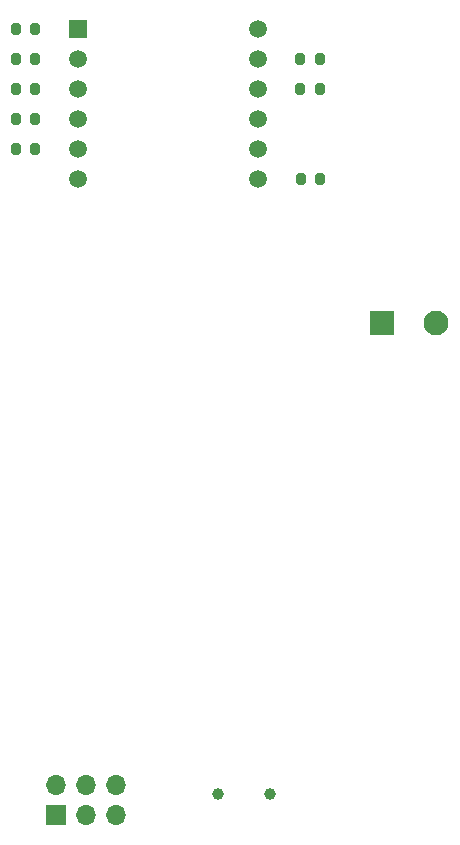
<source format=gbs>
%TF.GenerationSoftware,KiCad,Pcbnew,6.0.6*%
%TF.CreationDate,2022-07-20T10:20:16+02:00*%
%TF.ProjectId,H_vfTimer,48e47666-5469-46d6-9572-2e6b69636164,rev?*%
%TF.SameCoordinates,Original*%
%TF.FileFunction,Soldermask,Bot*%
%TF.FilePolarity,Negative*%
%FSLAX46Y46*%
G04 Gerber Fmt 4.6, Leading zero omitted, Abs format (unit mm)*
G04 Created by KiCad (PCBNEW 6.0.6) date 2022-07-20 10:20:16*
%MOMM*%
%LPD*%
G01*
G04 APERTURE LIST*
G04 Aperture macros list*
%AMRoundRect*
0 Rectangle with rounded corners*
0 $1 Rounding radius*
0 $2 $3 $4 $5 $6 $7 $8 $9 X,Y pos of 4 corners*
0 Add a 4 corners polygon primitive as box body*
4,1,4,$2,$3,$4,$5,$6,$7,$8,$9,$2,$3,0*
0 Add four circle primitives for the rounded corners*
1,1,$1+$1,$2,$3*
1,1,$1+$1,$4,$5*
1,1,$1+$1,$6,$7*
1,1,$1+$1,$8,$9*
0 Add four rect primitives between the rounded corners*
20,1,$1+$1,$2,$3,$4,$5,0*
20,1,$1+$1,$4,$5,$6,$7,0*
20,1,$1+$1,$6,$7,$8,$9,0*
20,1,$1+$1,$8,$9,$2,$3,0*%
G04 Aperture macros list end*
%ADD10C,1.000000*%
%ADD11R,1.500000X1.500000*%
%ADD12C,1.500000*%
%ADD13R,1.700000X1.700000*%
%ADD14O,1.700000X1.700000*%
%ADD15RoundRect,0.250001X-0.799999X-0.799999X0.799999X-0.799999X0.799999X0.799999X-0.799999X0.799999X0*%
%ADD16C,2.100000*%
%ADD17RoundRect,0.200000X0.200000X0.275000X-0.200000X0.275000X-0.200000X-0.275000X0.200000X-0.275000X0*%
G04 APERTURE END LIST*
D10*
X119720000Y-132080000D03*
X124120000Y-132080000D03*
D11*
X107838500Y-67310000D03*
D12*
X107838500Y-69850000D03*
X107838500Y-72390000D03*
X107838500Y-74930000D03*
X107838500Y-77470000D03*
X107838500Y-80010000D03*
X123078500Y-80010000D03*
X123078500Y-77470000D03*
X123078500Y-74930000D03*
X123078500Y-72390000D03*
X123078500Y-69850000D03*
X123078500Y-67310000D03*
D13*
X105933000Y-133863000D03*
D14*
X105933000Y-131323000D03*
X108473000Y-133863000D03*
X108473000Y-131323000D03*
X111013000Y-133863000D03*
X111013000Y-131323000D03*
D15*
X133585000Y-92230000D03*
D16*
X138185000Y-92230000D03*
D17*
X128310000Y-72395000D03*
X126660000Y-72395000D03*
X128310000Y-69855000D03*
X126660000Y-69855000D03*
X104210000Y-67310000D03*
X102560000Y-67310000D03*
X104210000Y-72390000D03*
X102560000Y-72390000D03*
X104210000Y-74930000D03*
X102560000Y-74930000D03*
X128335000Y-80010000D03*
X126685000Y-80010000D03*
X104210000Y-69850000D03*
X102560000Y-69850000D03*
X104210000Y-77470000D03*
X102560000Y-77470000D03*
M02*

</source>
